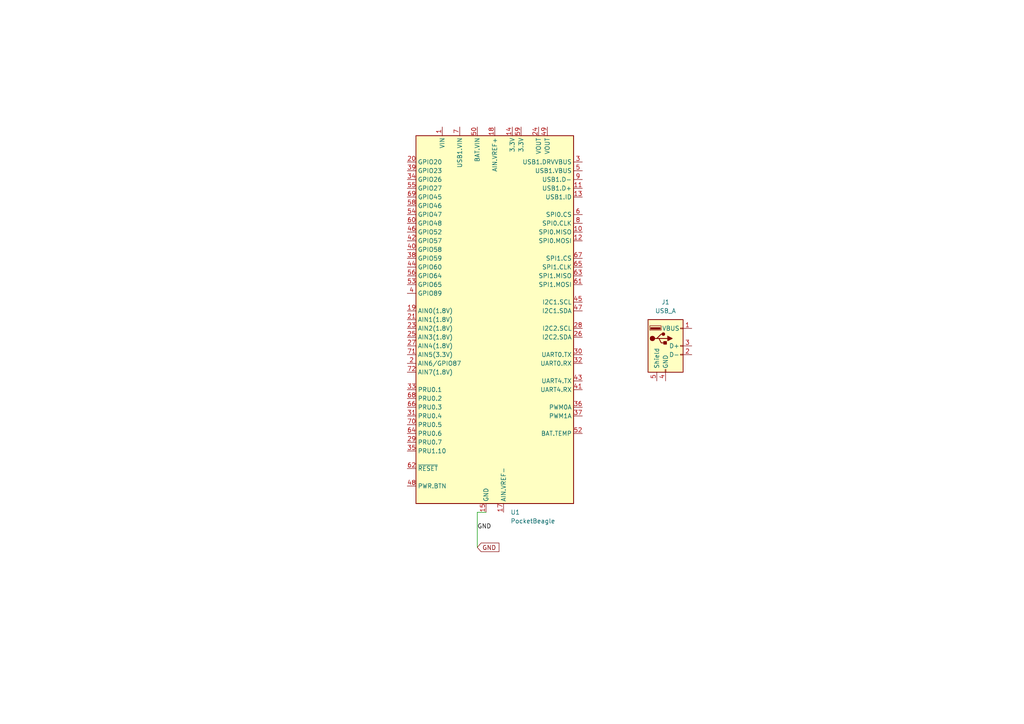
<source format=kicad_sch>
(kicad_sch (version 20211123) (generator eeschema)
  (paper "A4")
  (lib_symbols
    (symbol "Connector:USB_A" (pin_names (offset 1.016))
      (property "Reference" "J" (at -5.08 11.43 0))
      (property "Value" "USB_A" (at -5.08 8.89 0))
      (symbol "USB_A_0_1"
        (rectangle (start -5.08 -7.62) (end 5.08 7.62) (stroke (width 0.254)) (fill (type background)))
        (circle (center -3.81 2.159) (radius 0.635) (stroke (width 0.254)) (fill (type outline)))
        (rectangle (start -1.524 4.826) (end -4.318 5.334) (fill (type outline)))
        (rectangle (start -1.27 4.572) (end -4.572 5.842))
        (circle (center -0.635 3.429) (radius 0.381) (stroke (width 0.254)) (fill (type outline)))
        (rectangle (start -0.127 -7.62) (end 0.127 -6.858))
        (polyline (pts (xy -3.175 2.159) (xy -2.54 2.159) (xy -1.27 3.429) (xy -0.635 3.429)) (stroke (width 0.254)))
        (polyline (pts (xy -2.54 2.159) (xy -1.905 2.159) (xy -1.27 0.889) (xy 0 0.889)) (stroke (width 0.254)))
        (polyline (pts (xy 0.635 2.794) (xy 0.635 1.524) (xy 1.905 2.159) (xy 0.635 2.794)) (stroke (width 0.254)) (fill (type outline)))
        (rectangle (start 0.254 1.27) (end -0.508 0.508) (stroke (width 0.254)) (fill (type outline)))
        (rectangle (start 5.08 -2.667) (end 4.318 -2.413))
        (rectangle (start 5.08 -0.127) (end 4.318 0.127))
        (rectangle (start 5.08 4.953) (end 4.318 5.207))
      )
      (symbol "USB_A_1_1"
        (polyline (pts (xy -1.905 2.159) (xy 0.635 2.159)) (stroke (width 0.254)))
        (pin power_in line (at 7.62 5.08 180) (length 2.54) (name "VBUS") (number "1"))
        (pin bidirectional line (at 7.62 -2.54 180) (length 2.54) (name "D-") (number "2"))
        (pin bidirectional line (at 7.62 0 180) (length 2.54) (name "D+") (number "3"))
        (pin power_in line (at 0 -10.16 90) (length 2.54) (name "GND") (number "4"))
        (pin passive line (at -2.54 -10.16 90) (length 2.54) (name "Shield") (number "5"))
      )
    )
    (symbol "MCU_Module:PocketBeagle"
      (property "Reference" "U" (at -22.86 -54.61 0))
      (property "Value" "PocketBeagle" (at 22.86 -54.61 0))
      (symbol "PocketBeagle_0_1"
        (rectangle (start -22.86 53.34) (end 22.86 -53.34) (stroke (width 0.254)) (fill (type background)))
      )
      (symbol "PocketBeagle_1_1"
        (pin power_in line (at -15.24 55.88 270) (length 2.54) (name "VIN") (number "1"))
        (pin bidirectional line (at 25.4 25.4 180) (length 2.54) (name "SPI0.MISO") (number "10"))
        (pin bidirectional line (at 25.4 38.1 180) (length 2.54) (name "USB1.D+") (number "11"))
        (pin bidirectional line (at 25.4 22.86 180) (length 2.54) (name "SPI0.MOSI") (number "12"))
        (pin input line (at 25.4 35.56 180) (length 2.54) (name "USB1.ID") (number "13"))
        (pin power_out line (at 5.08 55.88 270) (length 2.54) (name "3.3V") (number "14"))
        (pin power_in line (at -2.54 -55.88 90) (length 2.54) (name "GND") (number "15"))
        (pin passive line (at -2.54 -55.88 90) (length 2.54) hide (name "GND") (number "16"))
        (pin power_in line (at 2.54 -55.88 90) (length 2.54) (name "AIN.VREF-") (number "17"))
        (pin power_in line (at 0 55.88 270) (length 2.54) (name "AIN.VREF+") (number "18"))
        (pin input line (at -25.4 2.54 0) (length 2.54) (name "AIN0(1.8V)") (number "19"))
        (pin bidirectional line (at -25.4 -12.7 0) (length 2.54) (name "AIN6/GPIO87") (number "2"))
        (pin bidirectional line (at -25.4 45.72 0) (length 2.54) (name "GPIO20") (number "20"))
        (pin input line (at -25.4 0 0) (length 2.54) (name "AIN1(1.8V)") (number "21"))
        (pin passive line (at -2.54 -55.88 90) (length 2.54) hide (name "GND") (number "22"))
        (pin input line (at -25.4 -2.54 0) (length 2.54) (name "AIN2(1.8V)") (number "23"))
        (pin power_out line (at 12.7 55.88 270) (length 2.54) (name "VOUT") (number "24"))
        (pin input line (at -25.4 -5.08 0) (length 2.54) (name "AIN3(1.8V)") (number "25"))
        (pin bidirectional line (at 25.4 -5.08 180) (length 2.54) (name "I2C2.SDA") (number "26"))
        (pin input line (at -25.4 -7.62 0) (length 2.54) (name "AIN4(1.8V)") (number "27"))
        (pin bidirectional line (at 25.4 -2.54 180) (length 2.54) (name "I2C2.SCL") (number "28"))
        (pin bidirectional line (at -25.4 -35.56 0) (length 2.54) (name "PRU0.7") (number "29"))
        (pin output line (at 25.4 45.72 180) (length 2.54) (name "USB1.DRVVBUS") (number "3"))
        (pin bidirectional line (at 25.4 -10.16 180) (length 2.54) (name "UART0.TX") (number "30"))
        (pin bidirectional line (at -25.4 -27.94 0) (length 2.54) (name "PRU0.4") (number "31"))
        (pin bidirectional line (at 25.4 -12.7 180) (length 2.54) (name "UART0.RX") (number "32"))
        (pin bidirectional line (at -25.4 -20.32 0) (length 2.54) (name "PRU0.1") (number "33"))
        (pin bidirectional line (at -25.4 40.64 0) (length 2.54) (name "GPIO26") (number "34"))
        (pin bidirectional line (at -25.4 -38.1 0) (length 2.54) (name "PRU1.10") (number "35"))
        (pin bidirectional line (at 25.4 -25.4 180) (length 2.54) (name "PWM0A") (number "36"))
        (pin bidirectional line (at 25.4 -27.94 180) (length 2.54) (name "PWM1A") (number "37"))
        (pin bidirectional line (at -25.4 17.78 0) (length 2.54) (name "GPIO59") (number "38"))
        (pin bidirectional line (at -25.4 43.18 0) (length 2.54) (name "GPIO23") (number "39"))
        (pin bidirectional line (at -25.4 7.62 0) (length 2.54) (name "GPIO89") (number "4"))
        (pin bidirectional line (at -25.4 20.32 0) (length 2.54) (name "GPIO58") (number "40"))
        (pin bidirectional line (at 25.4 -20.32 180) (length 2.54) (name "UART4.RX") (number "41"))
        (pin bidirectional line (at -25.4 22.86 0) (length 2.54) (name "GPIO57") (number "42"))
        (pin bidirectional line (at 25.4 -17.78 180) (length 2.54) (name "UART4.TX") (number "43"))
        (pin bidirectional line (at -25.4 15.24 0) (length 2.54) (name "GPIO60") (number "44"))
        (pin bidirectional line (at 25.4 5.08 180) (length 2.54) (name "I2C1.SCL") (number "45"))
        (pin bidirectional line (at -25.4 25.4 0) (length 2.54) (name "GPIO52") (number "46"))
        (pin bidirectional line (at 25.4 2.54 180) (length 2.54) (name "I2C1.SDA") (number "47"))
        (pin input line (at -25.4 -48.26 0) (length 2.54) (name "PWR.BTN") (number "48"))
        (pin power_out line (at 15.24 55.88 270) (length 2.54) (name "VOUT") (number "49"))
        (pin input line (at 25.4 43.18 180) (length 2.54) (name "USB1.VBUS") (number "5"))
        (pin power_in line (at -5.08 55.88 270) (length 2.54) (name "BAT.VIN") (number "50"))
        (pin passive line (at -2.54 -55.88 90) (length 2.54) hide (name "GND") (number "51"))
        (pin passive line (at 25.4 -33.02 180) (length 2.54) (name "BAT.TEMP") (number "52"))
        (pin bidirectional line (at -25.4 10.16 0) (length 2.54) (name "GPIO65") (number "53"))
        (pin bidirectional line (at -25.4 30.48 0) (length 2.54) (name "GPIO47") (number "54"))
        (pin bidirectional line (at -25.4 38.1 0) (length 2.54) (name "GPIO27") (number "55"))
        (pin bidirectional line (at -25.4 12.7 0) (length 2.54) (name "GPIO64") (number "56"))
        (pin passive line (at -2.54 -55.88 90) (length 2.54) hide (name "GND") (number "57"))
        (pin bidirectional line (at -25.4 33.02 0) (length 2.54) (name "GPIO46") (number "58"))
        (pin power_out line (at 7.62 55.88 270) (length 2.54) (name "3.3V") (number "59"))
        (pin bidirectional line (at 25.4 30.48 180) (length 2.54) (name "SPI0.CS") (number "6"))
        (pin bidirectional line (at -25.4 27.94 0) (length 2.54) (name "GPIO48") (number "60"))
        (pin bidirectional line (at 25.4 10.16 180) (length 2.54) (name "SPI1.MOSI") (number "61"))
        (pin input line (at -25.4 -43.18 0) (length 2.54) (name "~{RESET}") (number "62"))
        (pin bidirectional line (at 25.4 12.7 180) (length 2.54) (name "SPI1.MISO") (number "63"))
        (pin bidirectional line (at -25.4 -33.02 0) (length 2.54) (name "PRU0.6") (number "64"))
        (pin bidirectional line (at 25.4 15.24 180) (length 2.54) (name "SPI1.CLK") (number "65"))
        (pin bidirectional line (at -25.4 -25.4 0) (length 2.54) (name "PRU0.3") (number "66"))
        (pin bidirectional line (at 25.4 17.78 180) (length 2.54) (name "SPI1.CS") (number "67"))
        (pin bidirectional line (at -25.4 -22.86 0) (length 2.54) (name "PRU0.2") (number "68"))
        (pin bidirectional line (at -25.4 35.56 0) (length 2.54) (name "GPIO45") (number "69"))
        (pin power_in line (at -10.16 55.88 270) (length 2.54) (name "USB1.VIN") (number "7"))
        (pin bidirectional line (at -25.4 -30.48 0) (length 2.54) (name "PRU0.5") (number "70"))
        (pin input line (at -25.4 -10.16 0) (length 2.54) (name "AIN5(3.3V)") (number "71"))
        (pin input line (at -25.4 -15.24 0) (length 2.54) (name "AIN7(1.8V)") (number "72"))
        (pin bidirectional line (at 25.4 27.94 180) (length 2.54) (name "SPI0.CLK") (number "8"))
        (pin bidirectional line (at 25.4 40.64 180) (length 2.54) (name "USB1.D-") (number "9"))
      )
    )
  )
  (wire (pts (xy 140.97 148.59) (xy 138.43 148.59)))
  (wire (pts (xy 138.43 148.59) (xy 138.43 158.75)))
  (label "GND" (at 138.43 153.67 0))
  (global_label "GND" (shape input) (at 138.43 158.75 0) (property "Intersheet References" "${INTERSHEET_REFS}" (effects hide)))
  (symbol (lib_id "Connector:USB_A") (at 193.04 100.33 0) (unit 1)
    (property "Reference" "J1" (at 193.04 87.63 0))
    (property "Value" "USB_A" (at 193.04 90.17 0))
    (property "Footprint" "USB_A_Molex_67643_Horizontal" (effects hide))
    (property "Datasheet" " ~" (effects hide))
  )
  (symbol (lib_id "MCU_Module:PocketBeagle") (at 143.51 92.71 0) (unit 1)
    (property "Reference" "U1" (at 148.0694 148.59 0) (effects (justify left)))
    (property "Value" "PocketBeagle" (at 148.0694 151.13 0) (effects (justify left)))
    (property "Footprint" "Module:BeagleBoard_PocketBeagle" (effects hide))
    (property "Datasheet" "https://github.com/beagleboard/pocketbeagle/wiki/System-Reference-Manual" (effects hide))
  )
)
</source>
